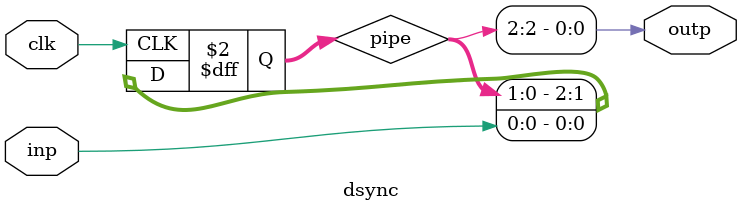
<source format=v>
`timescale 1ns / 1ps


module dsync
(
    input inp,
    output outp,
    input clk
);

    (* async_reg *) reg [2:0] pipe;
    always @(posedge clk)
    begin
        pipe = {pipe[1:0], inp}; 
    end

    assign outp = pipe[2];


endmodule

</source>
